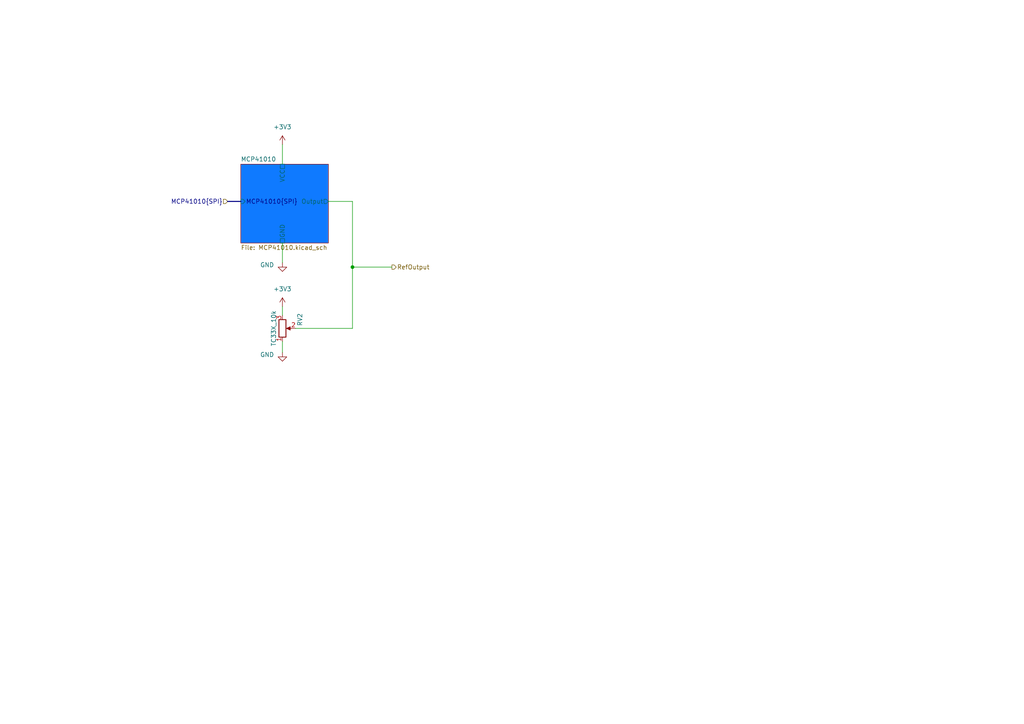
<source format=kicad_sch>
(kicad_sch (version 20231120) (generator "eeschema") (generator_version "8.0")
  (paper "A4")
  (lib_symbols
    (symbol "Device:R_Potentiometer" (pin_names (offset 1.016) hide)
      (property "Reference" "RV" (at -4.445 0 90))
      (property "Value" "R_Potentiometer" (at -2.54 0 90))
      (symbol "R_Potentiometer_0_1"
        (polyline (pts (xy 2.54 0) (xy 1.524 0)))
        (polyline (pts (xy 1.143 0) (xy 2.286 0.508) (xy 2.286 -0.508) (xy 1.143 0)) (fill (type outline)))
        (rectangle (start 1.016 2.54) (end -1.016 -2.54) (stroke (width 0.254)))
      )
      (symbol "R_Potentiometer_1_1"
        (pin passive line (at 0 3.81 270) (length 1.27) (name "1") (number "1"))
        (pin passive line (at 3.81 0 180) (length 1.27) (name "2") (number "2"))
        (pin passive line (at 0 -3.81 90) (length 1.27) (name "3") (number "3"))
      )
    )
    (symbol "power:+3V3" (power) (pin_names (offset 0))
      (property "Value" "+3V3" (at 0 3.556 0))
      (symbol "+3V3_0_1"
        (polyline (pts (xy -0.762 1.27) (xy 0 2.54)))
        (polyline (pts (xy 0 0) (xy 0 2.54)))
        (polyline (pts (xy 0 2.54) (xy 0.762 1.27)))
      )
      (symbol "+3V3_1_1"
        (pin power_in line (at 0 0 90) (length 0) hide (name "+3V3") (number "1"))
      )
    )
    (symbol "power:GND" (power) (pin_names (offset 0))
      (property "Value" "GND" (at 0 -3.81 0))
      (symbol "GND_0_1"
        (polyline (pts (xy 0 0) (xy 0 -1.27) (xy 1.27 -1.27) (xy 0 -2.54) (xy -1.27 -1.27) (xy 0 -1.27)))
      )
      (symbol "GND_1_1"
        (pin power_in line (at 0 0 270) (length 0) hide (name "GND") (number "1"))
      )
    )
  )
  (junction (at 102.235 77.47))
  (wire (pts (xy 102.235 77.47) (xy 113.665 77.47)))
  (wire (pts (xy 102.235 77.47) (xy 102.235 58.42)))
  (wire (pts (xy 81.915 99.06) (xy 81.915 102.235)))
  (wire (pts (xy 85.725 95.25) (xy 102.235 95.25)))
  (wire (pts (xy 81.915 70.485) (xy 81.915 76.2)))
  (wire (pts (xy 102.235 58.42) (xy 95.25 58.42)))
  (bus (pts (xy 66.04 58.42) (xy 69.85 58.42)))
  (wire (pts (xy 81.915 91.44) (xy 81.915 88.9)))
  (wire (pts (xy 81.915 41.91) (xy 81.915 47.625)))
  (wire (pts (xy 102.235 95.25) (xy 102.235 77.47)))
  (hierarchical_label "MCP41010{SPI}" (shape input) (at 66.04 58.42 180))
  (hierarchical_label "RefOutput" (shape output) (at 113.665 77.47 0))
  (symbol (lib_id "power:GND") (at 81.915 102.235 0) (mirror y) (unit 1)
    (property "Reference" "#PWR0141" (effects (hide yes)))
    (property "Value" "GND" (at 77.47 102.87 0))
  )
  (symbol (lib_id "power:+3V3") (at 81.915 88.9 0) (mirror y) (unit 1)
    (property "Reference" "#PWR0140" (effects (hide yes)))
    (property "Value" "+3V3" (at 81.915 83.82 0))
  )
  (symbol (lib_id "power:GND") (at 81.915 76.2 0) (mirror y) (unit 1)
    (property "Reference" "#PWR0121" (effects (hide yes)))
    (property "Value" "GND" (at 77.47 76.835 0))
  )
  (symbol (lib_id "Device:R_Potentiometer") (at 81.915 95.25 0) (mirror x) (unit 1)
    (property "Reference" "RV2" (at 86.995 92.71 90))
    (property "Value" "TC33X_10k" (at 79.375 95.25 90))
    (property "Footprint" "IVS_FOOTPRINTS:Potentiometer_Bourns_TC33X_Vertical" (effects (hide yes)))
  )
  (symbol (lib_id "power:+3V3") (at 81.915 41.91 0) (mirror y) (unit 1)
    (property "Reference" "#PWR0122" (effects (hide yes)))
    (property "Value" "+3V3" (at 81.915 36.83 0))
  )
  (sheet (at 69.85 47.625) (size 25.4 22.86) (stroke (width 0.1524)) (fill (color 15 122 255 1.0000))
    (property "Sheetname" "MCP41010" (at 69.85 46.9134 0) (effects (justify left bottom)))
    (property "Sheetfile" "MCP41010.kicad_sch" (at 69.85 71.0696 0) (effects (justify left top)))
    (pin "Output" output (at 95.25 58.42 0))
    (pin "GND" passive (at 81.915 70.485 270))
    (pin "VCC" passive (at 81.915 47.625 90))
    (pin "MCP41010{SPI}" input (at 69.85 58.42 180))
  )
)
</source>
